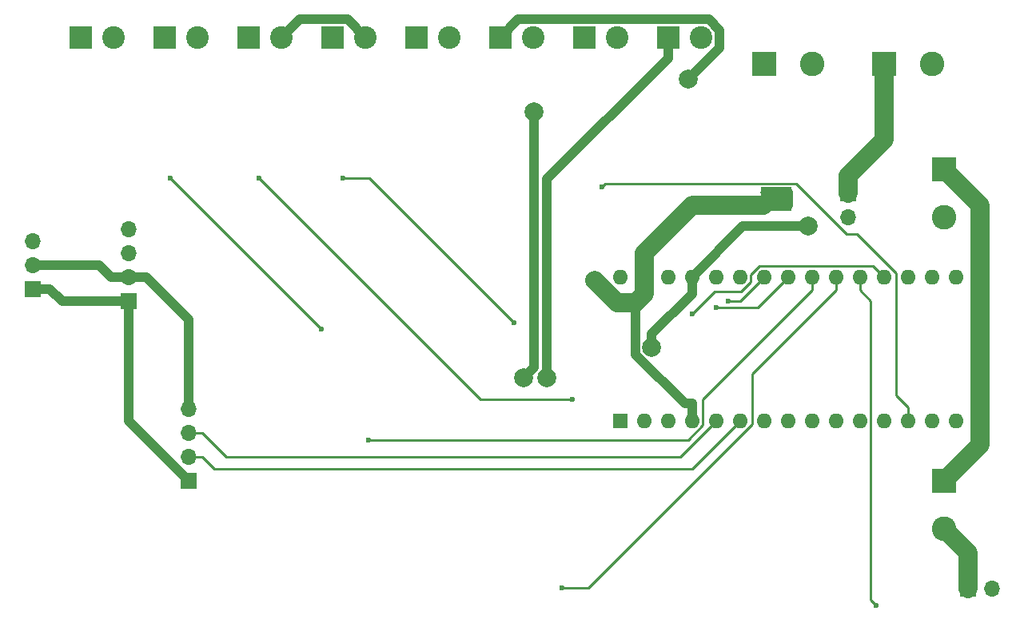
<source format=gbr>
%TF.GenerationSoftware,KiCad,Pcbnew,7.0.8*%
%TF.CreationDate,2024-01-17T19:39:17+01:00*%
%TF.ProjectId,openautolab,6f70656e-6175-4746-9f6c-61622e6b6963,rev?*%
%TF.SameCoordinates,Original*%
%TF.FileFunction,Copper,L2,Bot*%
%TF.FilePolarity,Positive*%
%FSLAX46Y46*%
G04 Gerber Fmt 4.6, Leading zero omitted, Abs format (unit mm)*
G04 Created by KiCad (PCBNEW 7.0.8) date 2024-01-17 19:39:17*
%MOMM*%
%LPD*%
G01*
G04 APERTURE LIST*
%TA.AperFunction,ComponentPad*%
%ADD10O,1.700000X1.700000*%
%TD*%
%TA.AperFunction,ComponentPad*%
%ADD11R,1.700000X1.700000*%
%TD*%
%TA.AperFunction,ComponentPad*%
%ADD12R,2.400000X2.400000*%
%TD*%
%TA.AperFunction,ComponentPad*%
%ADD13C,2.400000*%
%TD*%
%TA.AperFunction,ComponentPad*%
%ADD14R,2.600000X2.600000*%
%TD*%
%TA.AperFunction,ComponentPad*%
%ADD15C,2.600000*%
%TD*%
%TA.AperFunction,ComponentPad*%
%ADD16C,0.630000*%
%TD*%
%TA.AperFunction,SMDPad,CuDef*%
%ADD17R,3.300000X2.600000*%
%TD*%
%TA.AperFunction,ComponentPad*%
%ADD18O,1.600000X1.600000*%
%TD*%
%TA.AperFunction,ComponentPad*%
%ADD19R,1.600000X1.600000*%
%TD*%
%TA.AperFunction,ViaPad*%
%ADD20C,2.000000*%
%TD*%
%TA.AperFunction,ViaPad*%
%ADD21C,0.600000*%
%TD*%
%TA.AperFunction,Conductor*%
%ADD22C,0.250000*%
%TD*%
%TA.AperFunction,Conductor*%
%ADD23C,2.000000*%
%TD*%
%TA.AperFunction,Conductor*%
%ADD24C,1.000000*%
%TD*%
G04 APERTURE END LIST*
D10*
%TO.P,SW4,2,B*%
%TO.N,+12V*%
X139700000Y-101600000D03*
D11*
%TO.P,SW4,1,A*%
%TO.N,Net-(J12-Pin_2)*%
X137160000Y-101600000D03*
%TD*%
D12*
%TO.P,J3,1,Pin_1*%
%TO.N,Net-(D3-A)*%
X60960000Y-43180000D03*
D13*
%TO.P,J3,2,Pin_2*%
%TO.N,+12V*%
X64460000Y-43180000D03*
%TD*%
D12*
%TO.P,J5,1,Pin_1*%
%TO.N,Net-(D5-A)*%
X78740000Y-43180000D03*
D13*
%TO.P,J5,2,Pin_2*%
%TO.N,+12V*%
X82240000Y-43180000D03*
%TD*%
D14*
%TO.P,J9,1,Pin_1*%
%TO.N,Net-(J9-Pin_1)*%
X115565000Y-46020000D03*
D15*
%TO.P,J9,2,Pin_2*%
%TO.N,Net-(J9-Pin_2)*%
X120645000Y-46020000D03*
%TD*%
D11*
%TO.P,J14,1,Pin_1*%
%TO.N,GND*%
X38075000Y-69835000D03*
D10*
%TO.P,J14,2,Pin_2*%
%TO.N,+5V*%
X38075000Y-67295000D03*
%TO.P,J14,3,Pin_3*%
%TO.N,Net-(A1-D4)*%
X38075000Y-64755000D03*
%TD*%
D12*
%TO.P,J2,1,Pin_1*%
%TO.N,Net-(D2-A)*%
X52070000Y-43180000D03*
D13*
%TO.P,J2,2,Pin_2*%
%TO.N,+12V*%
X55570000Y-43180000D03*
%TD*%
D12*
%TO.P,J8,1,Pin_1*%
%TO.N,Net-(D8-A)*%
X105410000Y-43180000D03*
D13*
%TO.P,J8,2,Pin_2*%
%TO.N,+12V*%
X108910000Y-43180000D03*
%TD*%
D11*
%TO.P,J15,1,Pin_1*%
%TO.N,GND*%
X48260000Y-71120000D03*
D10*
%TO.P,J15,2,Pin_2*%
%TO.N,+5V*%
X48260000Y-68580000D03*
%TO.P,J15,3,Pin_3*%
%TO.N,Net-(A1-A4)*%
X48260000Y-66040000D03*
%TO.P,J15,4,Pin_4*%
%TO.N,Net-(A1-A5)*%
X48260000Y-63500000D03*
%TD*%
D12*
%TO.P,J4,1,Pin_1*%
%TO.N,Net-(D4-A)*%
X69850000Y-43180000D03*
D13*
%TO.P,J4,2,Pin_2*%
%TO.N,+12V*%
X73350000Y-43180000D03*
%TD*%
D11*
%TO.P,SW3,1,A*%
%TO.N,Net-(D10-A)*%
X124460000Y-59690000D03*
D10*
%TO.P,SW3,2,B*%
%TO.N,Net-(J11-Pin_2)*%
X124460000Y-62230000D03*
%TD*%
D12*
%TO.P,J6,1,Pin_1*%
%TO.N,Net-(D6-A)*%
X87630000Y-43180000D03*
D13*
%TO.P,J6,2,Pin_2*%
%TO.N,+12V*%
X91130000Y-43180000D03*
%TD*%
D16*
%TO.P,U1,9,GND*%
%TO.N,GND*%
X118140000Y-59660000D03*
X116840000Y-59660000D03*
X115540000Y-59660000D03*
D17*
X116840000Y-60310000D03*
D16*
X118140000Y-60960000D03*
X116840000Y-60960000D03*
X115540000Y-60960000D03*
%TD*%
D12*
%TO.P,J7,1,Pin_1*%
%TO.N,Net-(D7-A)*%
X96520000Y-43180000D03*
D13*
%TO.P,J7,2,Pin_2*%
%TO.N,+12V*%
X100020000Y-43180000D03*
%TD*%
D15*
%TO.P,J12,2,Pin_2*%
%TO.N,Net-(J12-Pin_2)*%
X134620000Y-95245000D03*
D14*
%TO.P,J12,1,Pin_1*%
%TO.N,GND*%
X134620000Y-90165000D03*
%TD*%
D12*
%TO.P,J1,1,Pin_1*%
%TO.N,Net-(D1-A)*%
X43180000Y-43180000D03*
D13*
%TO.P,J1,2,Pin_2*%
%TO.N,+12V*%
X46680000Y-43180000D03*
%TD*%
D18*
%TO.P,A1,30,VIN*%
%TO.N,unconnected-(A1-VIN-Pad30)*%
X100330000Y-68570000D03*
%TO.P,A1,29,GND*%
%TO.N,GND*%
X102870000Y-68570000D03*
%TO.P,A1,28,~{RESET}*%
%TO.N,unconnected-(A1-~{RESET}-Pad28)*%
X105410000Y-68570000D03*
%TO.P,A1,27,+5V*%
%TO.N,+5V*%
X107950000Y-68570000D03*
%TO.P,A1,26,A7*%
%TO.N,unconnected-(A1-A7-Pad26)*%
X110490000Y-68570000D03*
%TO.P,A1,25,A6*%
%TO.N,unconnected-(A1-A6-Pad25)*%
X113030000Y-68570000D03*
%TO.P,A1,24,A5*%
%TO.N,Net-(A1-A5)*%
X115570000Y-68570000D03*
%TO.P,A1,23,A4*%
%TO.N,Net-(A1-A4)*%
X118110000Y-68570000D03*
%TO.P,A1,22,A3*%
%TO.N,Net-(A1-A3)*%
X120650000Y-68570000D03*
%TO.P,A1,21,A2*%
%TO.N,Net-(A1-A2)*%
X123190000Y-68570000D03*
%TO.P,A1,20,A1*%
%TO.N,Net-(A1-A1)*%
X125730000Y-68570000D03*
%TO.P,A1,19,A0*%
%TO.N,Net-(A1-A0)*%
X128270000Y-68570000D03*
%TO.P,A1,18,AREF*%
%TO.N,unconnected-(A1-AREF-Pad18)*%
X130810000Y-68570000D03*
%TO.P,A1,17,3V3*%
%TO.N,unconnected-(A1-3V3-Pad17)*%
X133350000Y-68570000D03*
%TO.P,A1,16,D13*%
%TO.N,Net-(A1-D13)*%
X135890000Y-68570000D03*
%TO.P,A1,15,D12*%
%TO.N,Net-(A1-D12)*%
X135890000Y-83810000D03*
%TO.P,A1,14,D11*%
%TO.N,Net-(A1-D11)*%
X133350000Y-83810000D03*
%TO.P,A1,13,D10*%
%TO.N,Net-(A1-D10)*%
X130810000Y-83810000D03*
%TO.P,A1,12,D9*%
%TO.N,Net-(A1-D9)*%
X128270000Y-83810000D03*
%TO.P,A1,11,D8*%
%TO.N,Net-(A1-D8)*%
X125730000Y-83810000D03*
%TO.P,A1,10,D7*%
%TO.N,Net-(A1-D7)*%
X123190000Y-83810000D03*
%TO.P,A1,9,D6*%
%TO.N,Net-(A1-D6)*%
X120650000Y-83810000D03*
%TO.P,A1,8,D5*%
%TO.N,Net-(A1-D5)*%
X118110000Y-83810000D03*
%TO.P,A1,7,D4*%
%TO.N,Net-(A1-D4)*%
X115570000Y-83810000D03*
%TO.P,A1,6,D3*%
%TO.N,Net-(A1-D3)*%
X113030000Y-83810000D03*
%TO.P,A1,5,D2*%
%TO.N,Net-(A1-D2)*%
X110490000Y-83810000D03*
%TO.P,A1,4,GND*%
%TO.N,GND*%
X107950000Y-83810000D03*
%TO.P,A1,3,~{RESET}*%
%TO.N,unconnected-(A1-~{RESET}-Pad3)*%
X105410000Y-83810000D03*
%TO.P,A1,2,D0/RX*%
%TO.N,unconnected-(A1-D0{slash}RX-Pad2)*%
X102870000Y-83810000D03*
D19*
%TO.P,A1,1,D1/TX*%
%TO.N,unconnected-(A1-D1{slash}TX-Pad1)*%
X100330000Y-83810000D03*
%TD*%
D15*
%TO.P,J11,2,Pin_2*%
%TO.N,Net-(J11-Pin_2)*%
X134620000Y-62230000D03*
D14*
%TO.P,J11,1,Pin_1*%
%TO.N,GND*%
X134620000Y-57150000D03*
%TD*%
%TO.P,J10,1,Pin_1*%
%TO.N,Net-(D10-A)*%
X128265000Y-46020000D03*
D15*
%TO.P,J10,2,Pin_2*%
%TO.N,+12V*%
X133345000Y-46020000D03*
%TD*%
D11*
%TO.P,J13,1,Pin_1*%
%TO.N,GND*%
X54610000Y-90170000D03*
D10*
%TO.P,J13,2,Pin_2*%
%TO.N,Net-(A1-D3)*%
X54610000Y-87630000D03*
%TO.P,J13,3,Pin_3*%
%TO.N,Net-(A1-D2)*%
X54610000Y-85090000D03*
%TO.P,J13,4,Pin_4*%
%TO.N,+5V*%
X54610000Y-82550000D03*
%TD*%
D20*
%TO.N,Net-(D9-K)*%
X90099000Y-79307200D03*
X91220000Y-51060500D03*
%TO.N,Net-(D6-A)*%
X107539500Y-47636600D03*
%TO.N,+5V*%
X120197200Y-63185000D03*
X103675100Y-76075700D03*
%TO.N,Net-(D8-A)*%
X92587800Y-79305400D03*
%TO.N,GND*%
X97618700Y-68914900D03*
D21*
%TO.N,Net-(A1-A5)*%
X111760000Y-71120000D03*
%TO.N,Net-(A1-A4)*%
X110490000Y-71779800D03*
%TO.N,Net-(A1-A3)*%
X73660000Y-85870700D03*
%TO.N,Net-(A1-A2)*%
X94167300Y-101495600D03*
%TO.N,Net-(A1-A1)*%
X127467500Y-103386300D03*
%TO.N,Net-(A1-A0)*%
X107936900Y-72526400D03*
%TO.N,Net-(A1-D10)*%
X98382700Y-59027500D03*
%TO.N,Net-(A1-D7)*%
X89077950Y-73430850D03*
X70962000Y-58097200D03*
%TO.N,Net-(A1-D6)*%
X95250000Y-81553400D03*
X62057100Y-58077800D03*
%TO.N,Net-(A1-D5)*%
X68668800Y-74121100D03*
X52635300Y-58087600D03*
%TD*%
D22*
%TO.N,Net-(A1-D7)*%
X73744300Y-58097200D02*
X70962000Y-58097200D01*
X89077950Y-73430850D02*
X73744300Y-58097200D01*
%TO.N,Net-(A1-A4)*%
X110490000Y-71779800D02*
X114900200Y-71779800D01*
X114900200Y-71779800D02*
X118110000Y-68570000D01*
%TO.N,Net-(A1-A5)*%
X111760000Y-71120000D02*
X113020000Y-71120000D01*
X113020000Y-71120000D02*
X115570000Y-68570000D01*
%TO.N,Net-(A1-D2)*%
X110490000Y-83810000D02*
X106670000Y-87630000D01*
X106670000Y-87630000D02*
X58625000Y-87630000D01*
X58625000Y-87630000D02*
X56085000Y-85090000D01*
X56085000Y-85090000D02*
X54610000Y-85090000D01*
%TO.N,Net-(A1-D3)*%
X113030000Y-83810000D02*
X107940000Y-88900000D01*
X107940000Y-88900000D02*
X57355000Y-88900000D01*
X57355000Y-88900000D02*
X56085000Y-87630000D01*
X56085000Y-87630000D02*
X54610000Y-87630000D01*
D23*
%TO.N,GND*%
X102870000Y-68570000D02*
X102870000Y-66040000D01*
X102870000Y-66040000D02*
X107950000Y-60960000D01*
X107950000Y-60960000D02*
X115540000Y-60960000D01*
X134620000Y-90165000D02*
X134625000Y-90165000D01*
X134625000Y-90165000D02*
X138430000Y-86360000D01*
X138430000Y-86360000D02*
X138430000Y-60960000D01*
X138430000Y-60960000D02*
X134620000Y-57150000D01*
D22*
%TO.N,Net-(A1-D6)*%
X95250000Y-81553400D02*
X85532700Y-81553400D01*
X85532700Y-81553400D02*
X62057100Y-58077800D01*
%TO.N,Net-(A1-A3)*%
X73660000Y-85870700D02*
X107502700Y-85870700D01*
X109076900Y-81568100D02*
X120650000Y-69995000D01*
X109076900Y-84296500D02*
X109076900Y-81568100D01*
X107502700Y-85870700D02*
X109076900Y-84296500D01*
X120650000Y-69995000D02*
X120650000Y-68570000D01*
D23*
%TO.N,Net-(J12-Pin_2)*%
X137160000Y-97785000D02*
X137160000Y-101600000D01*
X134620000Y-95245000D02*
X137160000Y-97785000D01*
D24*
%TO.N,Net-(D9-K)*%
X91220000Y-78186200D02*
X91220000Y-51060500D01*
X90099000Y-79307200D02*
X91220000Y-78186200D01*
%TO.N,+12V*%
X66361900Y-41278100D02*
X64460000Y-43180000D01*
X71448100Y-41278100D02*
X66361900Y-41278100D01*
X73350000Y-43180000D02*
X71448100Y-41278100D01*
D23*
%TO.N,Net-(D10-A)*%
X128265000Y-54035000D02*
X128265000Y-46020000D01*
X124460000Y-57840000D02*
X128265000Y-54035000D01*
X124460000Y-59690000D02*
X124460000Y-57840000D01*
D24*
%TO.N,Net-(D6-A)*%
X89531900Y-41278100D02*
X87630000Y-43180000D01*
X109721900Y-41278100D02*
X89531900Y-41278100D01*
X110852900Y-42409100D02*
X109721900Y-41278100D01*
X110852900Y-44323200D02*
X110852900Y-42409100D01*
X107539500Y-47636600D02*
X110852900Y-44323200D01*
%TO.N,+5V*%
X107950000Y-68570000D02*
X107950000Y-70370000D01*
X45125000Y-67295000D02*
X38075000Y-67295000D01*
X46410000Y-68580000D02*
X45125000Y-67295000D01*
X48260000Y-68580000D02*
X46410000Y-68580000D01*
X54610000Y-73080000D02*
X50110000Y-68580000D01*
X54610000Y-82550000D02*
X54610000Y-73080000D01*
X48260000Y-68580000D02*
X50110000Y-68580000D01*
X113335000Y-63185000D02*
X120197200Y-63185000D01*
X107950000Y-68570000D02*
X113335000Y-63185000D01*
X103675100Y-74644900D02*
X103675100Y-76075700D01*
X107950000Y-70370000D02*
X103675100Y-74644900D01*
%TO.N,Net-(D8-A)*%
X105410000Y-43180000D02*
X105410000Y-45380000D01*
X92587800Y-58202200D02*
X92587800Y-79305400D01*
X105410000Y-45380000D02*
X92587800Y-58202200D01*
%TO.N,GND*%
X118140000Y-60960000D02*
X118140000Y-59660000D01*
X116840000Y-60960000D02*
X116840000Y-60310000D01*
X116840000Y-60310000D02*
X116840000Y-59660000D01*
X48260000Y-83820000D02*
X48260000Y-71120000D01*
X54610000Y-90170000D02*
X48260000Y-83820000D01*
X38075000Y-69835000D02*
X39925000Y-69835000D01*
X41210000Y-71120000D02*
X39925000Y-69835000D01*
X48260000Y-71120000D02*
X41210000Y-71120000D01*
X107950000Y-83810000D02*
X107950000Y-82010000D01*
D23*
X102870000Y-68570000D02*
X102870000Y-70370000D01*
D24*
X101960300Y-76807800D02*
X101960300Y-71279700D01*
X107162500Y-82010000D02*
X101960300Y-76807800D01*
X107950000Y-82010000D02*
X107162500Y-82010000D01*
D23*
X101960300Y-71279700D02*
X102870000Y-70370000D01*
X99983500Y-71279700D02*
X97618700Y-68914900D01*
X101960300Y-71279700D02*
X99983500Y-71279700D01*
D22*
%TO.N,Net-(A1-A2)*%
X96956900Y-101495600D02*
X94167300Y-101495600D01*
X114300000Y-84152500D02*
X96956900Y-101495600D01*
X114300000Y-78885000D02*
X114300000Y-84152500D01*
X123190000Y-69995000D02*
X114300000Y-78885000D01*
X123190000Y-68570000D02*
X123190000Y-69995000D01*
%TO.N,Net-(A1-A1)*%
X126871800Y-102790600D02*
X127467500Y-103386300D01*
X126871800Y-71136800D02*
X126871800Y-102790600D01*
X125730000Y-69995000D02*
X126871800Y-71136800D01*
X125730000Y-68570000D02*
X125730000Y-69995000D01*
%TO.N,Net-(A1-A0)*%
X110346400Y-70116900D02*
X107936900Y-72526400D01*
X113127100Y-70116900D02*
X110346400Y-70116900D01*
X114156900Y-69087100D02*
X113127100Y-70116900D01*
X114156900Y-68363200D02*
X114156900Y-69087100D01*
X115089700Y-67430400D02*
X114156900Y-68363200D01*
X127130400Y-67430400D02*
X115089700Y-67430400D01*
X128270000Y-68570000D02*
X127130400Y-67430400D01*
%TO.N,Net-(A1-D10)*%
X130810000Y-83810000D02*
X130810000Y-82385000D01*
X98729700Y-58680500D02*
X98382700Y-59027500D01*
X118961800Y-58680500D02*
X98729700Y-58680500D01*
X124341100Y-64059800D02*
X118961800Y-58680500D01*
X125421700Y-64059800D02*
X124341100Y-64059800D01*
X129520000Y-68158100D02*
X125421700Y-64059800D01*
X129520000Y-81095000D02*
X129520000Y-68158100D01*
X130810000Y-82385000D02*
X129520000Y-81095000D01*
%TO.N,Net-(A1-D5)*%
X52635300Y-58087600D02*
X68668800Y-74121100D01*
%TD*%
M02*

</source>
